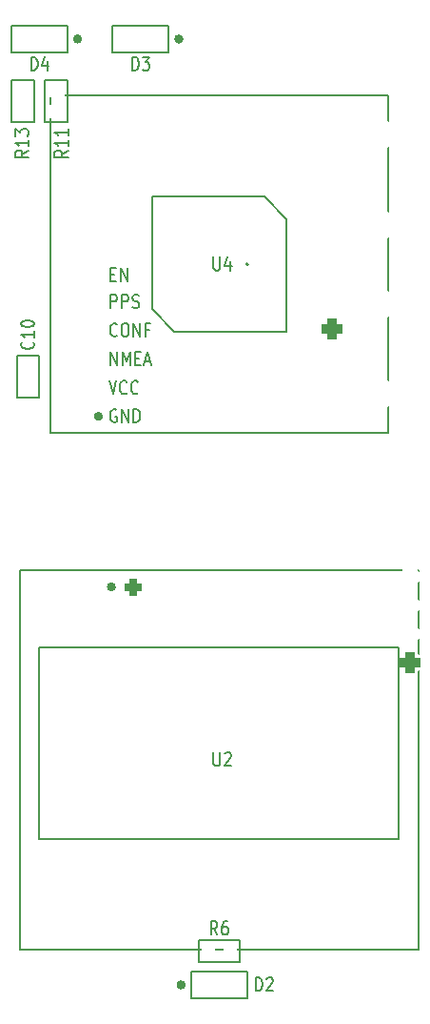
<source format=gto>
G04 #@! TF.GenerationSoftware,KiCad,Pcbnew,(6.0.9)*
G04 #@! TF.CreationDate,2024-06-02T17:02:13+02:00*
G04 #@! TF.ProjectId,Spoke,53706f6b-652e-46b6-9963-61645f706362,1.2*
G04 #@! TF.SameCoordinates,PX5f5e100PY5f5e100*
G04 #@! TF.FileFunction,Legend,Top*
G04 #@! TF.FilePolarity,Positive*
%FSLAX46Y46*%
G04 Gerber Fmt 4.6, Leading zero omitted, Abs format (unit mm)*
G04 Created by KiCad (PCBNEW (6.0.9)) date 2024-06-02 17:02:13*
%MOMM*%
%LPD*%
G01*
G04 APERTURE LIST*
G04 Aperture macros list*
%AMRoundRect*
0 Rectangle with rounded corners*
0 $1 Rounding radius*
0 $2 $3 $4 $5 $6 $7 $8 $9 X,Y pos of 4 corners*
0 Add a 4 corners polygon primitive as box body*
4,1,4,$2,$3,$4,$5,$6,$7,$8,$9,$2,$3,0*
0 Add four circle primitives for the rounded corners*
1,1,$1+$1,$2,$3*
1,1,$1+$1,$4,$5*
1,1,$1+$1,$6,$7*
1,1,$1+$1,$8,$9*
0 Add four rect primitives between the rounded corners*
20,1,$1+$1,$2,$3,$4,$5,0*
20,1,$1+$1,$4,$5,$6,$7,0*
20,1,$1+$1,$6,$7,$8,$9,0*
20,1,$1+$1,$8,$9,$2,$3,0*%
G04 Aperture macros list end*
%ADD10C,0.200000*%
%ADD11C,0.150000*%
%ADD12C,0.400000*%
%ADD13R,3.000000X2.000000*%
%ADD14O,3.000000X2.000000*%
%ADD15R,1.300000X1.500000*%
%ADD16R,1.600000X1.800000*%
%ADD17RoundRect,0.375000X-0.375000X-0.375000X0.375000X-0.375000X0.375000X0.375000X-0.375000X0.375000X0*%
%ADD18C,1.500000*%
%ADD19R,1.500000X1.300000*%
%ADD20C,1.750000*%
%ADD21C,2.500000*%
%ADD22C,1.800000*%
%ADD23RoundRect,0.450000X0.450000X-0.450000X0.450000X0.450000X-0.450000X0.450000X-0.450000X-0.450000X0*%
%ADD24RoundRect,0.450000X-0.450000X0.450000X-0.450000X-0.450000X0.450000X-0.450000X0.450000X0.450000X0*%
%ADD25O,2.600000X4.000000*%
G04 APERTURE END LIST*
D10*
G04 #@! TO.C,U4*
X-511905Y22657143D02*
X-511905Y21685715D01*
X-464286Y21571429D01*
X-416667Y21514286D01*
X-321429Y21457143D01*
X-130953Y21457143D01*
X-35715Y21514286D01*
X11904Y21571429D01*
X59523Y21685715D01*
X59523Y22657143D01*
X964285Y22257143D02*
X964285Y21457143D01*
X726190Y22714286D02*
X488095Y21857143D01*
X1107142Y21857143D01*
D11*
X-9140596Y9100000D02*
X-9235834Y9157143D01*
X-9378691Y9157143D01*
X-9521548Y9100000D01*
X-9616786Y8985715D01*
X-9664405Y8871429D01*
X-9712024Y8642858D01*
X-9712024Y8471429D01*
X-9664405Y8242858D01*
X-9616786Y8128572D01*
X-9521548Y8014286D01*
X-9378691Y7957143D01*
X-9283453Y7957143D01*
X-9140596Y8014286D01*
X-9092977Y8071429D01*
X-9092977Y8471429D01*
X-9283453Y8471429D01*
X-8664405Y7957143D02*
X-8664405Y9157143D01*
X-8092977Y7957143D01*
X-8092977Y9157143D01*
X-7616786Y7957143D02*
X-7616786Y9157143D01*
X-7378691Y9157143D01*
X-7235834Y9100000D01*
X-7140596Y8985715D01*
X-7092977Y8871429D01*
X-7045358Y8642858D01*
X-7045358Y8471429D01*
X-7092977Y8242858D01*
X-7140596Y8128572D01*
X-7235834Y8014286D01*
X-7378691Y7957143D01*
X-7616786Y7957143D01*
X-9664405Y21085715D02*
X-9331072Y21085715D01*
X-9188215Y20457143D02*
X-9664405Y20457143D01*
X-9664405Y21657143D01*
X-9188215Y21657143D01*
X-8759643Y20457143D02*
X-8759643Y21657143D01*
X-8188215Y20457143D01*
X-8188215Y21657143D01*
X-9664405Y18117143D02*
X-9664405Y19317143D01*
X-9283453Y19317143D01*
X-9188215Y19260000D01*
X-9140596Y19202858D01*
X-9092977Y19088572D01*
X-9092977Y18917143D01*
X-9140596Y18802858D01*
X-9188215Y18745715D01*
X-9283453Y18688572D01*
X-9664405Y18688572D01*
X-8664405Y18117143D02*
X-8664405Y19317143D01*
X-8283453Y19317143D01*
X-8188215Y19260000D01*
X-8140596Y19202858D01*
X-8092977Y19088572D01*
X-8092977Y18917143D01*
X-8140596Y18802858D01*
X-8188215Y18745715D01*
X-8283453Y18688572D01*
X-8664405Y18688572D01*
X-7712024Y18174286D02*
X-7569167Y18117143D01*
X-7331072Y18117143D01*
X-7235834Y18174286D01*
X-7188215Y18231429D01*
X-7140596Y18345715D01*
X-7140596Y18460000D01*
X-7188215Y18574286D01*
X-7235834Y18631429D01*
X-7331072Y18688572D01*
X-7521548Y18745715D01*
X-7616786Y18802858D01*
X-7664405Y18860000D01*
X-7712024Y18974286D01*
X-7712024Y19088572D01*
X-7664405Y19202858D01*
X-7616786Y19260000D01*
X-7521548Y19317143D01*
X-7283453Y19317143D01*
X-7140596Y19260000D01*
X-9664405Y13037143D02*
X-9664405Y14237143D01*
X-9092977Y13037143D01*
X-9092977Y14237143D01*
X-8616786Y13037143D02*
X-8616786Y14237143D01*
X-8283453Y13380000D01*
X-7950120Y14237143D01*
X-7950120Y13037143D01*
X-7473929Y13665715D02*
X-7140596Y13665715D01*
X-6997739Y13037143D02*
X-7473929Y13037143D01*
X-7473929Y14237143D01*
X-6997739Y14237143D01*
X-6616786Y13380000D02*
X-6140596Y13380000D01*
X-6712024Y13037143D02*
X-6378691Y14237143D01*
X-6045358Y13037143D01*
X-9807262Y11657143D02*
X-9473929Y10457143D01*
X-9140596Y11657143D01*
X-8235834Y10571429D02*
X-8283453Y10514286D01*
X-8426310Y10457143D01*
X-8521548Y10457143D01*
X-8664405Y10514286D01*
X-8759643Y10628572D01*
X-8807262Y10742858D01*
X-8854881Y10971429D01*
X-8854881Y11142858D01*
X-8807262Y11371429D01*
X-8759643Y11485715D01*
X-8664405Y11600000D01*
X-8521548Y11657143D01*
X-8426310Y11657143D01*
X-8283453Y11600000D01*
X-8235834Y11542858D01*
X-7235834Y10571429D02*
X-7283453Y10514286D01*
X-7426310Y10457143D01*
X-7521548Y10457143D01*
X-7664405Y10514286D01*
X-7759643Y10628572D01*
X-7807262Y10742858D01*
X-7854881Y10971429D01*
X-7854881Y11142858D01*
X-7807262Y11371429D01*
X-7759643Y11485715D01*
X-7664405Y11600000D01*
X-7521548Y11657143D01*
X-7426310Y11657143D01*
X-7283453Y11600000D01*
X-7235834Y11542858D01*
X-9092977Y15691429D02*
X-9140596Y15634286D01*
X-9283453Y15577143D01*
X-9378691Y15577143D01*
X-9521548Y15634286D01*
X-9616786Y15748572D01*
X-9664405Y15862858D01*
X-9712024Y16091429D01*
X-9712024Y16262858D01*
X-9664405Y16491429D01*
X-9616786Y16605715D01*
X-9521548Y16720000D01*
X-9378691Y16777143D01*
X-9283453Y16777143D01*
X-9140596Y16720000D01*
X-9092977Y16662858D01*
X-8473929Y16777143D02*
X-8283453Y16777143D01*
X-8188215Y16720000D01*
X-8092977Y16605715D01*
X-8045358Y16377143D01*
X-8045358Y15977143D01*
X-8092977Y15748572D01*
X-8188215Y15634286D01*
X-8283453Y15577143D01*
X-8473929Y15577143D01*
X-8569167Y15634286D01*
X-8664405Y15748572D01*
X-8712024Y15977143D01*
X-8712024Y16377143D01*
X-8664405Y16605715D01*
X-8569167Y16720000D01*
X-8473929Y16777143D01*
X-7616786Y15577143D02*
X-7616786Y16777143D01*
X-7045358Y15577143D01*
X-7045358Y16777143D01*
X-6235834Y16205715D02*
X-6569167Y16205715D01*
X-6569167Y15577143D02*
X-6569167Y16777143D01*
X-6092977Y16777143D01*
D10*
G04 #@! TO.C,R6*
X-166667Y-37542857D02*
X-500000Y-36971428D01*
X-738096Y-37542857D02*
X-738096Y-36342857D01*
X-357143Y-36342857D01*
X-261905Y-36400000D01*
X-214286Y-36457142D01*
X-166667Y-36571428D01*
X-166667Y-36742857D01*
X-214286Y-36857142D01*
X-261905Y-36914285D01*
X-357143Y-36971428D01*
X-738096Y-36971428D01*
X690476Y-36342857D02*
X500000Y-36342857D01*
X404761Y-36400000D01*
X357142Y-36457142D01*
X261904Y-36628571D01*
X214285Y-36857142D01*
X214285Y-37314285D01*
X261904Y-37428571D01*
X309523Y-37485714D01*
X404761Y-37542857D01*
X595238Y-37542857D01*
X690476Y-37485714D01*
X738095Y-37428571D01*
X785714Y-37314285D01*
X785714Y-37028571D01*
X738095Y-36914285D01*
X690476Y-36857142D01*
X595238Y-36800000D01*
X404761Y-36800000D01*
X309523Y-36857142D01*
X261904Y-36914285D01*
X214285Y-37028571D01*
G04 #@! TO.C,D4*
X-16738096Y39207143D02*
X-16738096Y40407143D01*
X-16500000Y40407143D01*
X-16357143Y40350000D01*
X-16261905Y40235715D01*
X-16214286Y40121429D01*
X-16166667Y39892858D01*
X-16166667Y39721429D01*
X-16214286Y39492858D01*
X-16261905Y39378572D01*
X-16357143Y39264286D01*
X-16500000Y39207143D01*
X-16738096Y39207143D01*
X-15309524Y40007143D02*
X-15309524Y39207143D01*
X-15547620Y40464286D02*
X-15785715Y39607143D01*
X-15166667Y39607143D01*
G04 #@! TO.C,U2*
X-511905Y-21342857D02*
X-511905Y-22314285D01*
X-464286Y-22428571D01*
X-416667Y-22485714D01*
X-321429Y-22542857D01*
X-130953Y-22542857D01*
X-35715Y-22485714D01*
X11904Y-22428571D01*
X59523Y-22314285D01*
X59523Y-21342857D01*
X488095Y-21457142D02*
X535714Y-21400000D01*
X630952Y-21342857D01*
X869047Y-21342857D01*
X964285Y-21400000D01*
X1011904Y-21457142D01*
X1059523Y-21571428D01*
X1059523Y-21685714D01*
X1011904Y-21857142D01*
X440476Y-22542857D01*
X1059523Y-22542857D01*
G04 #@! TO.C,C10*
X-16571429Y15107143D02*
X-16514286Y15059524D01*
X-16457143Y14916667D01*
X-16457143Y14821429D01*
X-16514286Y14678572D01*
X-16628572Y14583334D01*
X-16742858Y14535715D01*
X-16971429Y14488096D01*
X-17142858Y14488096D01*
X-17371429Y14535715D01*
X-17485715Y14583334D01*
X-17600000Y14678572D01*
X-17657143Y14821429D01*
X-17657143Y14916667D01*
X-17600000Y15059524D01*
X-17542858Y15107143D01*
X-16457143Y16059524D02*
X-16457143Y15488096D01*
X-16457143Y15773810D02*
X-17657143Y15773810D01*
X-17485715Y15678572D01*
X-17371429Y15583334D01*
X-17314286Y15488096D01*
X-17657143Y16678572D02*
X-17657143Y16773810D01*
X-17600000Y16869048D01*
X-17542858Y16916667D01*
X-17428572Y16964286D01*
X-17200000Y17011905D01*
X-16914286Y17011905D01*
X-16685715Y16964286D01*
X-16571429Y16916667D01*
X-16514286Y16869048D01*
X-16457143Y16773810D01*
X-16457143Y16678572D01*
X-16514286Y16583334D01*
X-16571429Y16535715D01*
X-16685715Y16488096D01*
X-16914286Y16440477D01*
X-17200000Y16440477D01*
X-17428572Y16488096D01*
X-17542858Y16535715D01*
X-17600000Y16583334D01*
X-17657143Y16678572D01*
G04 #@! TO.C,D3*
X-7738096Y39207143D02*
X-7738096Y40407143D01*
X-7500000Y40407143D01*
X-7357143Y40350000D01*
X-7261905Y40235715D01*
X-7214286Y40121429D01*
X-7166667Y39892858D01*
X-7166667Y39721429D01*
X-7214286Y39492858D01*
X-7261905Y39378572D01*
X-7357143Y39264286D01*
X-7500000Y39207143D01*
X-7738096Y39207143D01*
X-6833334Y40407143D02*
X-6214286Y40407143D01*
X-6547620Y39950000D01*
X-6404762Y39950000D01*
X-6309524Y39892858D01*
X-6261905Y39835715D01*
X-6214286Y39721429D01*
X-6214286Y39435715D01*
X-6261905Y39321429D01*
X-6309524Y39264286D01*
X-6404762Y39207143D01*
X-6690477Y39207143D01*
X-6785715Y39264286D01*
X-6833334Y39321429D01*
G04 #@! TO.C,D2*
X3261904Y-42542857D02*
X3261904Y-41342857D01*
X3500000Y-41342857D01*
X3642857Y-41400000D01*
X3738095Y-41514285D01*
X3785714Y-41628571D01*
X3833333Y-41857142D01*
X3833333Y-42028571D01*
X3785714Y-42257142D01*
X3738095Y-42371428D01*
X3642857Y-42485714D01*
X3500000Y-42542857D01*
X3261904Y-42542857D01*
X4214285Y-41457142D02*
X4261904Y-41400000D01*
X4357142Y-41342857D01*
X4595238Y-41342857D01*
X4690476Y-41400000D01*
X4738095Y-41457142D01*
X4785714Y-41571428D01*
X4785714Y-41685714D01*
X4738095Y-41857142D01*
X4166666Y-42542857D01*
X4785714Y-42542857D01*
G04 #@! TO.C,R13*
X-16957143Y32107143D02*
X-17528572Y31773810D01*
X-16957143Y31535715D02*
X-18157143Y31535715D01*
X-18157143Y31916667D01*
X-18100000Y32011905D01*
X-18042858Y32059524D01*
X-17928572Y32107143D01*
X-17757143Y32107143D01*
X-17642858Y32059524D01*
X-17585715Y32011905D01*
X-17528572Y31916667D01*
X-17528572Y31535715D01*
X-16957143Y33059524D02*
X-16957143Y32488096D01*
X-16957143Y32773810D02*
X-18157143Y32773810D01*
X-17985715Y32678572D01*
X-17871429Y32583334D01*
X-17814286Y32488096D01*
X-18157143Y33392858D02*
X-18157143Y34011905D01*
X-17700000Y33678572D01*
X-17700000Y33821429D01*
X-17642858Y33916667D01*
X-17585715Y33964286D01*
X-17471429Y34011905D01*
X-17185715Y34011905D01*
X-17071429Y33964286D01*
X-17014286Y33916667D01*
X-16957143Y33821429D01*
X-16957143Y33535715D01*
X-17014286Y33440477D01*
X-17071429Y33392858D01*
G04 #@! TO.C,R11*
X-13457143Y32107143D02*
X-14028572Y31773810D01*
X-13457143Y31535715D02*
X-14657143Y31535715D01*
X-14657143Y31916667D01*
X-14600000Y32011905D01*
X-14542858Y32059524D01*
X-14428572Y32107143D01*
X-14257143Y32107143D01*
X-14142858Y32059524D01*
X-14085715Y32011905D01*
X-14028572Y31916667D01*
X-14028572Y31535715D01*
X-13457143Y33059524D02*
X-13457143Y32488096D01*
X-13457143Y32773810D02*
X-14657143Y32773810D01*
X-14485715Y32678572D01*
X-14371429Y32583334D01*
X-14314286Y32488096D01*
X-13457143Y34011905D02*
X-13457143Y33440477D01*
X-13457143Y33726191D02*
X-14657143Y33726191D01*
X-14485715Y33630953D01*
X-14371429Y33535715D01*
X-14314286Y33440477D01*
G04 #@! TO.C,U4*
X-6000000Y28000000D02*
X4000000Y28000000D01*
X-6000000Y18000000D02*
X-6000000Y28000000D01*
X-4000000Y16000000D02*
X-6000000Y18000000D01*
X4000000Y28000000D02*
X6000000Y26000000D01*
X6000000Y16000000D02*
X-4000000Y16000000D01*
X15000000Y7000000D02*
X-15000000Y7000000D01*
X-15000000Y37000000D02*
X15000000Y37000000D01*
X15000000Y37000000D02*
X15000000Y7000000D01*
X6000000Y26000000D02*
X6000000Y16000000D01*
X-15000000Y7000000D02*
X-15000000Y37000000D01*
X2600000Y22000000D02*
G75*
G03*
X2600000Y22000000I-100000J0D01*
G01*
D12*
X-10550000Y8500000D02*
G75*
G03*
X-10550000Y8500000I-200000J0D01*
G01*
D10*
G04 #@! TO.C,R6*
X-1850000Y-38000000D02*
X1850000Y-38000000D01*
X1850000Y-40000000D02*
X-1850000Y-40000000D01*
X1850000Y-38000000D02*
X1850000Y-40000000D01*
X-1850000Y-40000000D02*
X-1850000Y-38000000D01*
G04 #@! TO.C,D4*
X-13500000Y40800000D02*
X-18500000Y40800000D01*
X-18500000Y43200000D02*
X-13500000Y43200000D01*
X-13500000Y43200000D02*
X-13500000Y40800000D01*
X-18500000Y40800000D02*
X-18500000Y43200000D01*
D12*
X-12400000Y42000000D02*
G75*
G03*
X-12400000Y42000000I-200000J0D01*
G01*
D10*
G04 #@! TO.C,U2*
X-17750000Y-38850000D02*
X17750000Y-38850000D01*
X-17750000Y-5150000D02*
X-17750000Y-38850000D01*
X17750000Y-5150000D02*
X17750000Y-38850000D01*
X-17750000Y-5150000D02*
X17750000Y-5150000D01*
X-16000000Y-12030000D02*
X16000000Y-12030000D01*
X16000000Y-12030000D02*
X16000000Y-29030000D01*
X16000000Y-29030000D02*
X-16000000Y-29030000D01*
X-16000000Y-29030000D02*
X-16000000Y-12030000D01*
D12*
X-9400000Y-6650000D02*
G75*
G03*
X-9400000Y-6650000I-200000J0D01*
G01*
D10*
G04 #@! TO.C,C10*
X-16000000Y10150000D02*
X-18000000Y10150000D01*
X-18000000Y10150000D02*
X-18000000Y13850000D01*
X-16000000Y13850000D02*
X-16000000Y10150000D01*
X-18000000Y13850000D02*
X-16000000Y13850000D01*
G04 #@! TO.C,D3*
X-9500000Y40800000D02*
X-9500000Y43200000D01*
X-4500000Y40800000D02*
X-9500000Y40800000D01*
X-4500000Y43200000D02*
X-4500000Y40800000D01*
X-9500000Y43200000D02*
X-4500000Y43200000D01*
D12*
X-3400000Y42000000D02*
G75*
G03*
X-3400000Y42000000I-200000J0D01*
G01*
D10*
G04 #@! TO.C,D2*
X2500000Y-43200000D02*
X-2500000Y-43200000D01*
X-2500000Y-43200000D02*
X-2500000Y-40800000D01*
X2500000Y-40800000D02*
X2500000Y-43200000D01*
X-2500000Y-40800000D02*
X2500000Y-40800000D01*
D12*
X-3200000Y-42000000D02*
G75*
G03*
X-3200000Y-42000000I-200000J0D01*
G01*
D10*
G04 #@! TO.C,R13*
X-16500000Y38350000D02*
X-16500000Y34650000D01*
X-18500000Y38350000D02*
X-16500000Y38350000D01*
X-18500000Y34650000D02*
X-18500000Y38350000D01*
X-16500000Y34650000D02*
X-18500000Y34650000D01*
G04 #@! TO.C,R11*
X-13500000Y38350000D02*
X-13500000Y34650000D01*
X-13500000Y34650000D02*
X-15500000Y34650000D01*
X-15500000Y38350000D02*
X-13500000Y38350000D01*
X-15500000Y34650000D02*
X-15500000Y38350000D01*
G04 #@! TD*
%LPC*%
D13*
G04 #@! TO.C,U4*
X-13000000Y8500000D03*
D14*
X-13000000Y11000000D03*
X-13000000Y13500000D03*
X-13000000Y16000000D03*
X-13000000Y18500000D03*
X-13000000Y21000000D03*
G04 #@! TD*
D15*
G04 #@! TO.C,R6*
X950000Y-39000000D03*
X-950000Y-39000000D03*
G04 #@! TD*
D16*
G04 #@! TO.C,D4*
X-14600000Y42000000D03*
X-17400000Y42000000D03*
G04 #@! TD*
D17*
G04 #@! TO.C,U2*
X-7620000Y-6650000D03*
D18*
X-5080000Y-6650000D03*
X-2540000Y-6650000D03*
X0Y-6650000D03*
X2540000Y-6650000D03*
X5080000Y-6650000D03*
X7620000Y-6650000D03*
G04 #@! TD*
D19*
G04 #@! TO.C,C10*
X-17000000Y11050000D03*
X-17000000Y12950000D03*
G04 #@! TD*
D16*
G04 #@! TO.C,D3*
X-5600000Y42000000D03*
X-8400000Y42000000D03*
G04 #@! TD*
G04 #@! TO.C,D2*
X-1400000Y-42000000D03*
X1400000Y-42000000D03*
G04 #@! TD*
D19*
G04 #@! TO.C,R13*
X-17500000Y35550000D03*
X-17500000Y37450000D03*
G04 #@! TD*
G04 #@! TO.C,R11*
X-14500000Y35550000D03*
X-14500000Y37450000D03*
G04 #@! TD*
D20*
G04 #@! TO.C,SW3*
X17000000Y4750000D03*
D21*
X14510000Y10510000D03*
D20*
X17000000Y9250000D03*
D21*
X14510000Y3500000D03*
G04 #@! TD*
D22*
G04 #@! TO.C,LS1*
X13000000Y-34200000D03*
X13000000Y-41800000D03*
G04 #@! TD*
D23*
G04 #@! TO.C,X6*
X17000000Y-13350000D03*
D22*
X17000000Y-10810000D03*
X17000000Y-8270000D03*
X17000000Y-5730000D03*
X17000000Y-3190000D03*
X17000000Y-650000D03*
G04 #@! TD*
D24*
G04 #@! TO.C,X3*
X10000000Y16290000D03*
D22*
X10000000Y13750000D03*
X10000000Y11210000D03*
G04 #@! TD*
D25*
G04 #@! TO.C,X8*
X7730000Y42100000D03*
G04 #@! TD*
D20*
G04 #@! TO.C,SW2*
X17000000Y19750000D03*
D21*
X14510000Y18500000D03*
X14510000Y25510000D03*
D20*
X17000000Y24250000D03*
G04 #@! TD*
G04 #@! TO.C,SW1*
X17000000Y34750000D03*
D21*
X14510000Y40510000D03*
D20*
X17000000Y39250000D03*
D21*
X14510000Y33500000D03*
G04 #@! TD*
M02*

</source>
